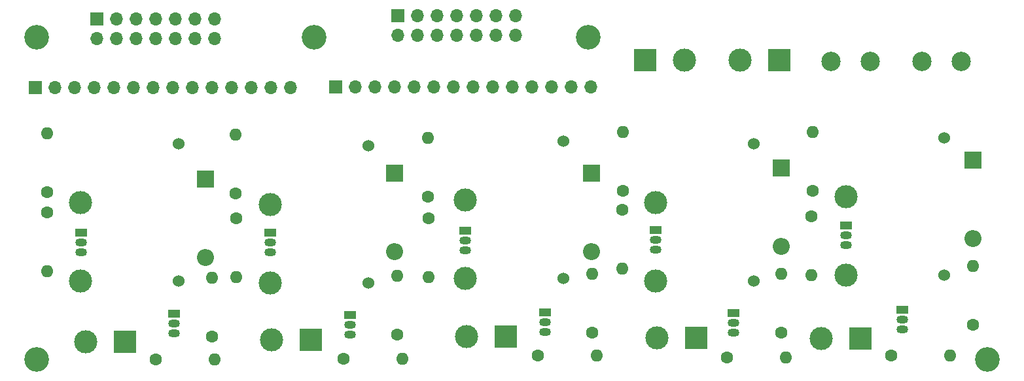
<source format=gbr>
%TF.GenerationSoftware,KiCad,Pcbnew,(5.1.9)-1*%
%TF.CreationDate,2023-03-23T17:51:48+02:00*%
%TF.ProjectId,jantteri-testrack-interface,6a616e74-7465-4726-992d-746573747261,rev?*%
%TF.SameCoordinates,Original*%
%TF.FileFunction,Soldermask,Bot*%
%TF.FilePolarity,Negative*%
%FSLAX46Y46*%
G04 Gerber Fmt 4.6, Leading zero omitted, Abs format (unit mm)*
G04 Created by KiCad (PCBNEW (5.1.9)-1) date 2023-03-23 17:51:48*
%MOMM*%
%LPD*%
G01*
G04 APERTURE LIST*
%ADD10C,3.200000*%
%ADD11O,2.200000X2.200000*%
%ADD12R,2.200000X2.200000*%
%ADD13O,1.700000X1.700000*%
%ADD14R,1.700000X1.700000*%
%ADD15R,1.500000X1.050000*%
%ADD16O,1.500000X1.050000*%
%ADD17C,1.600000*%
%ADD18O,1.600000X1.600000*%
%ADD19C,1.524000*%
%ADD20C,3.000000*%
%ADD21C,2.500000*%
%ADD22R,3.000000X3.000000*%
G04 APERTURE END LIST*
D10*
%TO.C,REF\u002A\u002A*%
X114706400Y-74320400D03*
%TD*%
%TO.C,REF\u002A\u002A*%
X150164800Y-74320400D03*
%TD*%
%TO.C,REF\u002A\u002A*%
X201828400Y-116078000D03*
%TD*%
%TO.C,REF\u002A\u002A*%
X78841600Y-116078000D03*
%TD*%
%TO.C,REF\u002A\u002A*%
X78841600Y-74320400D03*
%TD*%
D11*
%TO.C,D1*%
X100685600Y-102870000D03*
D12*
X100685600Y-92710000D03*
%TD*%
%TO.C,D2*%
X125120400Y-91897200D03*
D11*
X125120400Y-102057200D03*
%TD*%
D12*
%TO.C,D3*%
X150622000Y-91948000D03*
D11*
X150622000Y-102108000D03*
%TD*%
D12*
%TO.C,D4*%
X199999600Y-90220800D03*
D11*
X199999600Y-100380800D03*
%TD*%
%TO.C,D5*%
X175158400Y-101396800D03*
D12*
X175158400Y-91236800D03*
%TD*%
D13*
%TO.C,J1*%
X140817600Y-74066400D03*
X140817600Y-71526400D03*
X138277600Y-74066400D03*
X138277600Y-71526400D03*
X135737600Y-74066400D03*
X135737600Y-71526400D03*
X133197600Y-74066400D03*
X133197600Y-71526400D03*
X130657600Y-74066400D03*
X130657600Y-71526400D03*
X128117600Y-74066400D03*
X128117600Y-71526400D03*
X125577600Y-74066400D03*
D14*
X125577600Y-71526400D03*
%TD*%
%TO.C,J2*%
X117551200Y-80721200D03*
D13*
X120091200Y-80721200D03*
X122631200Y-80721200D03*
X125171200Y-80721200D03*
X127711200Y-80721200D03*
X130251200Y-80721200D03*
X132791200Y-80721200D03*
X135331200Y-80721200D03*
X137871200Y-80721200D03*
X140411200Y-80721200D03*
X142951200Y-80721200D03*
X145491200Y-80721200D03*
X148031200Y-80721200D03*
X150571200Y-80721200D03*
%TD*%
D14*
%TO.C,J3*%
X86614000Y-71932800D03*
D13*
X86614000Y-74472800D03*
X89154000Y-71932800D03*
X89154000Y-74472800D03*
X91694000Y-71932800D03*
X91694000Y-74472800D03*
X94234000Y-71932800D03*
X94234000Y-74472800D03*
X96774000Y-71932800D03*
X96774000Y-74472800D03*
X99314000Y-71932800D03*
X99314000Y-74472800D03*
X101854000Y-71932800D03*
X101854000Y-74472800D03*
%TD*%
%TO.C,J5*%
X111709200Y-80822800D03*
X109169200Y-80822800D03*
X106629200Y-80822800D03*
X104089200Y-80822800D03*
X101549200Y-80822800D03*
X99009200Y-80822800D03*
X96469200Y-80822800D03*
X93929200Y-80822800D03*
X91389200Y-80822800D03*
X88849200Y-80822800D03*
X86309200Y-80822800D03*
X83769200Y-80822800D03*
X81229200Y-80822800D03*
D14*
X78689200Y-80822800D03*
%TD*%
D15*
%TO.C,Q1*%
X96621600Y-110134400D03*
D16*
X96621600Y-112674400D03*
X96621600Y-111404400D03*
%TD*%
%TO.C,Q2*%
X119380000Y-111607600D03*
X119380000Y-112877600D03*
D15*
X119380000Y-110337600D03*
%TD*%
D16*
%TO.C,Q3*%
X144627600Y-111201200D03*
X144627600Y-112471200D03*
D15*
X144627600Y-109931200D03*
%TD*%
%TO.C,Q4*%
X190804800Y-109626400D03*
D16*
X190804800Y-112166400D03*
X190804800Y-110896400D03*
%TD*%
%TO.C,Q5*%
X169011600Y-111353600D03*
X169011600Y-112623600D03*
D15*
X169011600Y-110083600D03*
%TD*%
D17*
%TO.C,R1*%
X80162400Y-96977200D03*
D18*
X80162400Y-104597200D03*
%TD*%
%TO.C,R2*%
X80213200Y-86766400D03*
D17*
X80213200Y-94386400D03*
%TD*%
D18*
%TO.C,R3*%
X104648000Y-105410000D03*
D17*
X104648000Y-97790000D03*
%TD*%
%TO.C,R4*%
X104597200Y-94538800D03*
D18*
X104597200Y-86918800D03*
%TD*%
D17*
%TO.C,R5*%
X129540000Y-97739200D03*
D18*
X129540000Y-105359200D03*
%TD*%
%TO.C,R6*%
X129438400Y-87376000D03*
D17*
X129438400Y-94996000D03*
%TD*%
%TO.C,R10*%
X101498400Y-113080800D03*
D18*
X101498400Y-105460800D03*
%TD*%
D17*
%TO.C,R11*%
X125476000Y-112877600D03*
D18*
X125476000Y-105257600D03*
%TD*%
%TO.C,R12*%
X150723600Y-104952800D03*
D17*
X150723600Y-112572800D03*
%TD*%
%TO.C,R13*%
X94234000Y-116078000D03*
D18*
X101854000Y-116078000D03*
%TD*%
%TO.C,R14*%
X126136400Y-115976400D03*
D17*
X118516400Y-115976400D03*
%TD*%
%TO.C,R15*%
X143662400Y-115570000D03*
D18*
X151282400Y-115570000D03*
%TD*%
D17*
%TO.C,R16*%
X179070000Y-97536000D03*
D18*
X179070000Y-105156000D03*
%TD*%
D17*
%TO.C,R17*%
X179222400Y-94183200D03*
D18*
X179222400Y-86563200D03*
%TD*%
D17*
%TO.C,R18*%
X154635200Y-96672400D03*
D18*
X154635200Y-104292400D03*
%TD*%
%TO.C,R19*%
X154686000Y-86563200D03*
D17*
X154686000Y-94183200D03*
%TD*%
D18*
%TO.C,R22*%
X199948800Y-103936800D03*
D17*
X199948800Y-111556800D03*
%TD*%
D18*
%TO.C,R23*%
X175158400Y-104952800D03*
D17*
X175158400Y-112572800D03*
%TD*%
%TO.C,R24*%
X189382400Y-115570000D03*
D18*
X197002400Y-115570000D03*
%TD*%
D17*
%TO.C,R25*%
X168148000Y-115773200D03*
D18*
X175768000Y-115773200D03*
%TD*%
D19*
%TO.C,U1*%
X97231200Y-105918000D03*
X97231200Y-88138000D03*
D20*
X84531200Y-95758000D03*
X84531200Y-105918000D03*
%TD*%
%TO.C,U2*%
X109067600Y-106121200D03*
X109067600Y-95961200D03*
D19*
X121767600Y-88341200D03*
X121767600Y-106121200D03*
%TD*%
D20*
%TO.C,U3*%
X134315200Y-105562400D03*
X134315200Y-95402400D03*
D19*
X147015200Y-87782400D03*
X147015200Y-105562400D03*
%TD*%
%TO.C,U4*%
X196240400Y-105156000D03*
X196240400Y-87376000D03*
D20*
X183540400Y-94996000D03*
X183540400Y-105156000D03*
%TD*%
D19*
%TO.C,U5*%
X171653200Y-105867200D03*
X171653200Y-88087200D03*
D20*
X158953200Y-95707200D03*
X158953200Y-105867200D03*
%TD*%
D21*
%TO.C,J4*%
X181610000Y-77470000D03*
X186690000Y-77470000D03*
%TD*%
%TO.C,J6*%
X198475600Y-77470000D03*
X193395600Y-77470000D03*
%TD*%
D20*
%TO.C,J7*%
X85140800Y-113741200D03*
D22*
X90220800Y-113741200D03*
%TD*%
%TO.C,J8*%
X114300000Y-113538000D03*
D20*
X109220000Y-113538000D03*
%TD*%
D22*
%TO.C,J9*%
X139547600Y-113131600D03*
D20*
X134467600Y-113131600D03*
%TD*%
D22*
%TO.C,J10*%
X185420000Y-113334800D03*
D20*
X180340000Y-113334800D03*
%TD*%
%TO.C,J11*%
X159105600Y-113233200D03*
D22*
X164185600Y-113233200D03*
%TD*%
D20*
%TO.C,J12*%
X169875200Y-77317600D03*
D22*
X174955200Y-77317600D03*
%TD*%
%TO.C,J13*%
X157530800Y-77317600D03*
D20*
X162610800Y-77317600D03*
%TD*%
D15*
%TO.C,Q6*%
X84582000Y-99618800D03*
D16*
X84582000Y-102158800D03*
X84582000Y-100888800D03*
%TD*%
D15*
%TO.C,Q7*%
X109067600Y-99669600D03*
D16*
X109067600Y-102209600D03*
X109067600Y-100939600D03*
%TD*%
%TO.C,Q8*%
X134315200Y-100634800D03*
X134315200Y-101904800D03*
D15*
X134315200Y-99364800D03*
%TD*%
D16*
%TO.C,Q9*%
X183540400Y-99974400D03*
X183540400Y-101244400D03*
D15*
X183540400Y-98704400D03*
%TD*%
D16*
%TO.C,Q10*%
X158953200Y-100533200D03*
X158953200Y-101803200D03*
D15*
X158953200Y-99263200D03*
%TD*%
M02*

</source>
